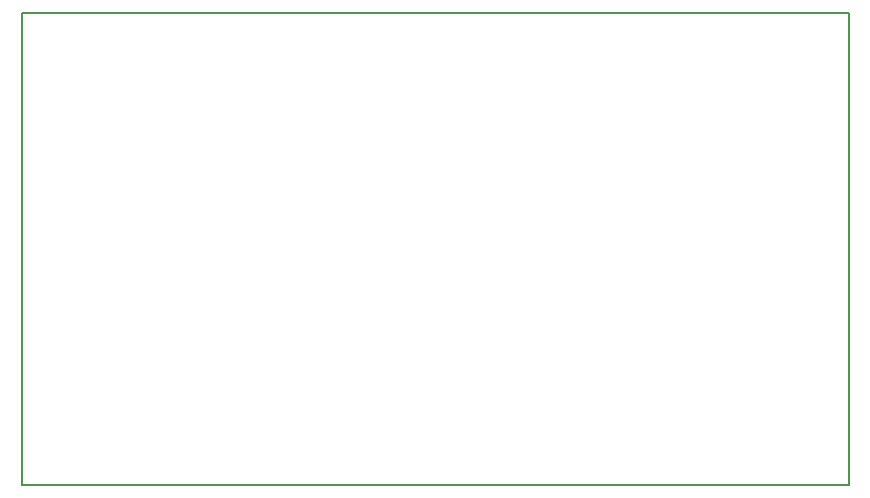
<source format=gko>
G04*
G04 #@! TF.GenerationSoftware,Altium Limited,Altium Designer,25.8.1 (18)*
G04*
G04 Layer_Color=16711935*
%FSLAX44Y44*%
%MOMM*%
G71*
G04*
G04 #@! TF.SameCoordinates,1B2337BD-F25B-45B2-B815-56FBD607D046*
G04*
G04*
G04 #@! TF.FilePolarity,Positive*
G04*
G01*
G75*
%ADD10C,0.2000*%
D10*
X0Y-400000D02*
Y0D01*
X700000D01*
Y-400000D02*
Y0D01*
X0Y-400000D02*
X700000D01*
M02*

</source>
